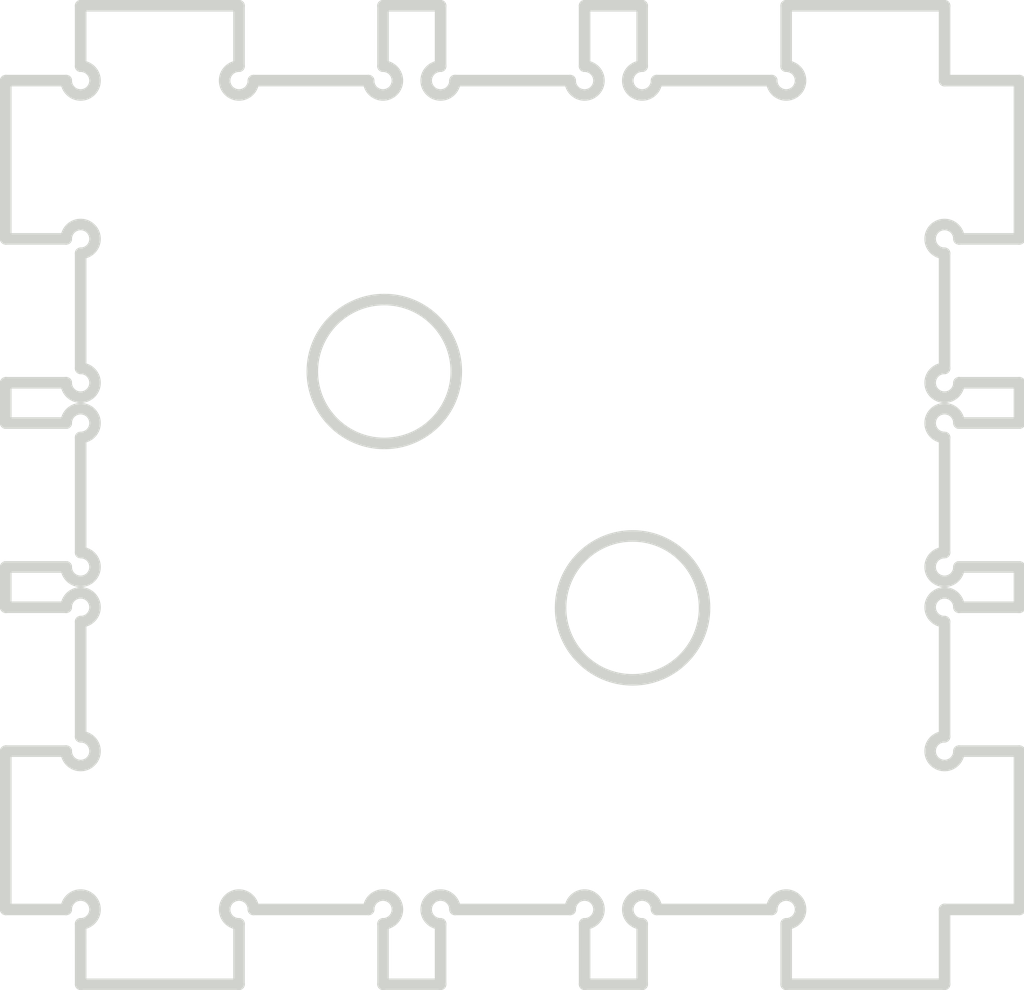
<source format=kicad_pcb>
(kicad_pcb (version 20171130) (host pcbnew "(5.1.2-1)-1")

  (general
    (thickness 1.6)
    (drawings 88)
    (tracks 0)
    (zones 0)
    (modules 0)
    (nets 1)
  )

  (page A4)
  (layers
    (0 F.Cu signal)
    (31 B.Cu signal)
    (32 B.Adhes user)
    (33 F.Adhes user)
    (34 B.Paste user)
    (35 F.Paste user)
    (36 B.SilkS user)
    (37 F.SilkS user)
    (38 B.Mask user)
    (39 F.Mask user)
    (40 Dwgs.User user)
    (41 Cmts.User user)
    (42 Eco1.User user)
    (43 Eco2.User user)
    (44 Edge.Cuts user)
    (45 Margin user)
    (46 B.CrtYd user)
    (47 F.CrtYd user)
    (48 B.Fab user)
    (49 F.Fab user)
  )

  (setup
    (last_trace_width 0.25)
    (trace_clearance 0.2)
    (zone_clearance 0.508)
    (zone_45_only no)
    (trace_min 0.2)
    (via_size 0.8)
    (via_drill 0.4)
    (via_min_size 0.4)
    (via_min_drill 0.3)
    (uvia_size 0.3)
    (uvia_drill 0.1)
    (uvias_allowed no)
    (uvia_min_size 0.2)
    (uvia_min_drill 0.1)
    (edge_width 0.05)
    (segment_width 0.2)
    (pcb_text_width 0.3)
    (pcb_text_size 1.5 1.5)
    (mod_edge_width 0.12)
    (mod_text_size 1 1)
    (mod_text_width 0.15)
    (pad_size 1.524 1.524)
    (pad_drill 0.762)
    (pad_to_mask_clearance 0.051)
    (solder_mask_min_width 0.25)
    (aux_axis_origin 83.82 137.16)
    (visible_elements FFFFFF7F)
    (pcbplotparams
      (layerselection 0x01000_7ffffffe)
      (usegerberextensions false)
      (usegerberattributes false)
      (usegerberadvancedattributes false)
      (creategerberjobfile false)
      (excludeedgelayer true)
      (linewidth 0.100000)
      (plotframeref false)
      (viasonmask false)
      (mode 1)
      (useauxorigin false)
      (hpglpennumber 1)
      (hpglpenspeed 20)
      (hpglpendiameter 15.000000)
      (psnegative false)
      (psa4output false)
      (plotreference true)
      (plotvalue true)
      (plotinvisibletext false)
      (padsonsilk false)
      (subtractmaskfromsilk false)
      (outputformat 1)
      (mirror false)
      (drillshape 0)
      (scaleselection 1)
      (outputdirectory "./"))
  )

  (net 0 "")

  (net_class Default "This is the default net class."
    (clearance 0.2)
    (trace_width 0.25)
    (via_dia 0.8)
    (via_drill 0.4)
    (uvia_dia 0.3)
    (uvia_drill 0.1)
  )

  (gr_line (start 87.38 124.900464) (end 86.33 124.900464) (layer Edge.Cuts) (width 0.2))
  (gr_line (start 86.33 124.200464) (end 86.33 124.900464) (layer Edge.Cuts) (width 0.2))
  (gr_line (start 90.38 133.6) (end 90.38 134.65) (layer Edge.Cuts) (width 0.2))
  (gr_line (start 90.38 134.65) (end 87.630492 134.65) (layer Edge.Cuts) (width 0.2))
  (gr_line (start 87.63 121.950929) (end 87.63 123.950464) (layer Edge.Cuts) (width 0.2))
  (gr_arc (start 87.63 121.700929) (end 87.63 121.950929) (angle -270) (layer Edge.Cuts) (width 0.2))
  (gr_line (start 87.38 121.700929) (end 86.33 121.700929) (layer Edge.Cuts) (width 0.2))
  (gr_line (start 86.33 121.700929) (end 86.33 118.950929) (layer Edge.Cuts) (width 0.2))
  (gr_line (start 86.33 118.950929) (end 87.38 118.950929) (layer Edge.Cuts) (width 0.2))
  (gr_arc (start 87.63 118.950929) (end 87.38 118.950929) (angle -270) (layer Edge.Cuts) (width 0.2))
  (gr_line (start 87.63 118.700929) (end 87.63 117.650929) (layer Edge.Cuts) (width 0.2))
  (gr_line (start 87.63 117.650929) (end 90.38 117.650929) (layer Edge.Cuts) (width 0.2))
  (gr_line (start 90.38 117.650929) (end 90.38 118.700929) (layer Edge.Cuts) (width 0.2))
  (gr_arc (start 90.38 118.950929) (end 90.38 118.700929) (angle -270) (layer Edge.Cuts) (width 0.2))
  (gr_line (start 90.63 118.950929) (end 92.63 118.950929) (layer Edge.Cuts) (width 0.2))
  (gr_arc (start 92.88 118.950929) (end 92.63 118.950929) (angle -270) (layer Edge.Cuts) (width 0.2))
  (gr_line (start 92.88 117.650929) (end 92.88 118.700929) (layer Edge.Cuts) (width 0.2))
  (gr_line (start 93.88 117.650929) (end 92.88 117.650929) (layer Edge.Cuts) (width 0.2))
  (gr_line (start 93.88 117.650929) (end 93.88 118.700929) (layer Edge.Cuts) (width 0.2))
  (gr_arc (start 93.88 118.950929) (end 93.88 118.700929) (angle -270) (layer Edge.Cuts) (width 0.2))
  (gr_line (start 94.13 118.950929) (end 96.13 118.950929) (layer Edge.Cuts) (width 0.2))
  (gr_arc (start 96.38 118.950929) (end 96.13 118.950929) (angle -270) (layer Edge.Cuts) (width 0.2))
  (gr_line (start 96.38 117.650929) (end 96.38 118.700929) (layer Edge.Cuts) (width 0.2))
  (gr_line (start 96.38 117.650929) (end 97.38 117.650929) (layer Edge.Cuts) (width 0.2))
  (gr_line (start 97.38 117.650929) (end 97.38 118.700929) (layer Edge.Cuts) (width 0.2))
  (gr_arc (start 97.38 118.950929) (end 97.38 118.700929) (angle -270) (layer Edge.Cuts) (width 0.2))
  (gr_line (start 97.63 118.950929) (end 99.63 118.950929) (layer Edge.Cuts) (width 0.2))
  (gr_arc (start 99.88 118.950929) (end 99.63 118.950929) (angle -270) (layer Edge.Cuts) (width 0.2))
  (gr_line (start 99.88 117.650929) (end 99.88 118.700929) (layer Edge.Cuts) (width 0.2))
  (gr_line (start 99.88 117.650929) (end 102.630503 117.650929) (layer Edge.Cuts) (width 0.2))
  (gr_line (start 102.630503 117.650929) (end 102.630503 118.950929) (layer Edge.Cuts) (width 0.2))
  (gr_line (start 103.930503 118.950929) (end 102.630503 118.950929) (layer Edge.Cuts) (width 0.2))
  (gr_line (start 103.930503 121.700929) (end 103.930503 118.950929) (layer Edge.Cuts) (width 0.2))
  (gr_line (start 102.880503 121.700929) (end 103.930503 121.700929) (layer Edge.Cuts) (width 0.2))
  (gr_arc (start 102.630503 121.700929) (end 102.880503 121.700929) (angle -270) (layer Edge.Cuts) (width 0.2))
  (gr_line (start 102.630503 121.950929) (end 102.630503 123.950464) (layer Edge.Cuts) (width 0.2))
  (gr_arc (start 102.630503 124.200464) (end 102.630503 123.950464) (angle -270) (layer Edge.Cuts) (width 0.2))
  (gr_line (start 102.880503 124.200464) (end 103.930503 124.200464) (layer Edge.Cuts) (width 0.2))
  (gr_line (start 103.930503 124.200464) (end 103.930503 124.900464) (layer Edge.Cuts) (width 0.2))
  (gr_line (start 102.880503 124.900464) (end 103.930503 124.900464) (layer Edge.Cuts) (width 0.2))
  (gr_arc (start 102.630503 124.900464) (end 102.880503 124.900464) (angle -270) (layer Edge.Cuts) (width 0.2))
  (gr_line (start 102.630503 125.150464) (end 102.630503 127.15) (layer Edge.Cuts) (width 0.2))
  (gr_arc (start 102.630503 127.4) (end 102.630503 127.15) (angle -270) (layer Edge.Cuts) (width 0.2))
  (gr_line (start 102.880503 127.4) (end 103.930503 127.4) (layer Edge.Cuts) (width 0.2))
  (gr_line (start 103.930503 127.4) (end 103.930503 128.1) (layer Edge.Cuts) (width 0.2))
  (gr_line (start 102.880503 128.1) (end 103.930503 128.1) (layer Edge.Cuts) (width 0.2))
  (gr_arc (start 102.630503 128.1) (end 102.880503 128.1) (angle -270) (layer Edge.Cuts) (width 0.2))
  (gr_line (start 102.630503 128.35) (end 102.630503 130.349535) (layer Edge.Cuts) (width 0.2))
  (gr_arc (start 102.630503 130.599535) (end 102.630503 130.349535) (angle -270) (layer Edge.Cuts) (width 0.2))
  (gr_line (start 102.880503 130.599535) (end 103.930503 130.599535) (layer Edge.Cuts) (width 0.2))
  (gr_line (start 103.930503 130.599535) (end 103.930503 133.35) (layer Edge.Cuts) (width 0.2))
  (gr_line (start 103.930503 133.35) (end 102.630503 133.35) (layer Edge.Cuts) (width 0.2))
  (gr_line (start 102.630503 133.35) (end 102.630503 134.65) (layer Edge.Cuts) (width 0.2))
  (gr_line (start 99.880503 134.65) (end 102.630503 134.65) (layer Edge.Cuts) (width 0.2))
  (gr_line (start 99.880503 133.6) (end 99.880503 134.65) (layer Edge.Cuts) (width 0.2))
  (gr_arc (start 99.880503 133.35) (end 99.880503 133.6) (angle -270) (layer Edge.Cuts) (width 0.2))
  (gr_line (start 97.63 133.35) (end 99.630503 133.35) (layer Edge.Cuts) (width 0.2))
  (gr_arc (start 97.38 133.35) (end 97.63 133.35) (angle -270) (layer Edge.Cuts) (width 0.2))
  (gr_line (start 97.38 133.6) (end 97.38 134.65) (layer Edge.Cuts) (width 0.2))
  (gr_line (start 96.380503 134.65) (end 97.38 134.65) (layer Edge.Cuts) (width 0.2))
  (gr_line (start 96.380503 133.6) (end 96.380503 134.65) (layer Edge.Cuts) (width 0.2))
  (gr_arc (start 96.380503 133.35) (end 96.380503 133.6) (angle -270) (layer Edge.Cuts) (width 0.2))
  (gr_line (start 94.13 133.35) (end 96.130503 133.35) (layer Edge.Cuts) (width 0.2))
  (gr_arc (start 93.88 133.35) (end 94.13 133.35) (angle -270) (layer Edge.Cuts) (width 0.2))
  (gr_line (start 93.88 133.6) (end 93.88 134.65) (layer Edge.Cuts) (width 0.2))
  (gr_line (start 87.38 133.35) (end 86.33 133.35) (layer Edge.Cuts) (width 0.2))
  (gr_line (start 86.33 130.599535) (end 86.33 133.35) (layer Edge.Cuts) (width 0.2))
  (gr_line (start 90.63 133.35) (end 92.630503 133.35) (layer Edge.Cuts) (width 0.2))
  (gr_arc (start 90.38 133.35) (end 90.63 133.35) (angle -270) (layer Edge.Cuts) (width 0.2))
  (gr_line (start 87.63 130.349535) (end 87.63 128.35) (layer Edge.Cuts) (width 0.2))
  (gr_arc (start 87.63 128.1) (end 87.63 128.35) (angle -270) (layer Edge.Cuts) (width 0.2))
  (gr_line (start 87.38 130.599535) (end 86.33 130.599535) (layer Edge.Cuts) (width 0.2))
  (gr_arc (start 87.63 130.599535) (end 87.38 130.599535) (angle -270) (layer Edge.Cuts) (width 0.2))
  (gr_line (start 87.38 128.1) (end 86.33 128.1) (layer Edge.Cuts) (width 0.2))
  (gr_line (start 86.33 127.4) (end 86.33 128.1) (layer Edge.Cuts) (width 0.2))
  (gr_line (start 92.880503 134.65) (end 93.88 134.65) (layer Edge.Cuts) (width 0.2))
  (gr_line (start 92.880503 133.6) (end 92.880503 134.65) (layer Edge.Cuts) (width 0.2))
  (gr_arc (start 92.880503 133.35) (end 92.880503 133.6) (angle -270) (layer Edge.Cuts) (width 0.2))
  (gr_line (start 87.63 127.15) (end 87.63 125.150464) (layer Edge.Cuts) (width 0.2))
  (gr_arc (start 87.63 124.900464) (end 87.63 125.150464) (angle -270) (layer Edge.Cuts) (width 0.2))
  (gr_circle (center 92.902767 124.004593) (end 94.152767 124.004593) (layer Edge.Cuts) (width 0.2))
  (gr_circle (center 97.213442 128.111126) (end 98.463442 128.111126) (layer Edge.Cuts) (width 0.2))
  (gr_line (start 87.38 124.200464) (end 86.33 124.200464) (layer Edge.Cuts) (width 0.2))
  (gr_arc (start 87.63 124.200464) (end 87.38 124.200464) (angle -270) (layer Edge.Cuts) (width 0.2))
  (gr_line (start 87.38 127.4) (end 86.33 127.4) (layer Edge.Cuts) (width 0.2))
  (gr_arc (start 87.63 127.4) (end 87.38 127.4) (angle -270) (layer Edge.Cuts) (width 0.2))
  (gr_line (start 87.630492 134.65) (end 87.630094 133.6) (layer Edge.Cuts) (width 0.2))
  (gr_arc (start 87.63 133.35) (end 87.630094 133.6) (angle -269.9783273) (layer Edge.Cuts) (width 0.2))

)

</source>
